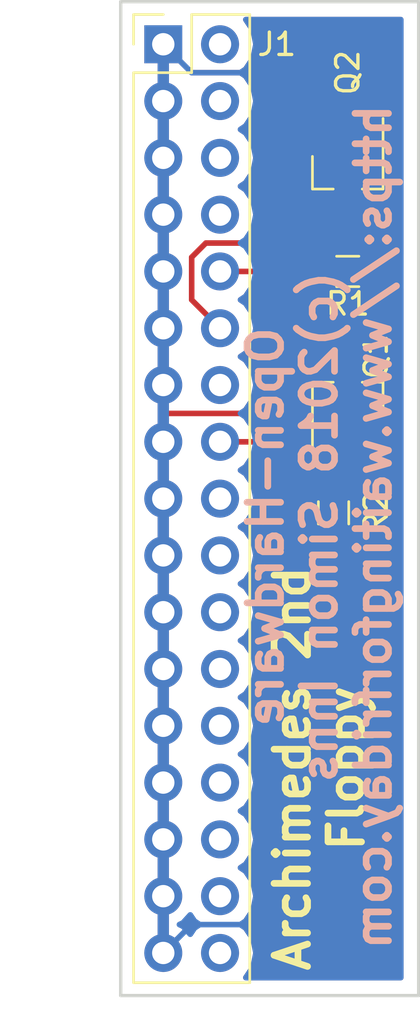
<source format=kicad_pcb>
(kicad_pcb (version 4) (host pcbnew 4.0.7)

  (general
    (links 24)
    (no_connects 0)
    (area 150.097618 74.165 168.985001 121.515)
    (thickness 1.6)
    (drawings 6)
    (tracks 52)
    (zones 0)
    (modules 5)
    (nets 7)
  )

  (page A4)
  (title_block
    (title "Acorn Archimedes 2nd Floppy Adapter")
    (date 2018-04-01)
    (rev 1_0)
    (company https://www.waitingforfriday.com)
    (comment 1 "(c)2018 Simon Inns")
    (comment 2 "License: Attribution-ShareAlike 4.0 international (CC BY-SA 4.0)")
  )

  (layers
    (0 F.Cu signal)
    (31 B.Cu signal)
    (32 B.Adhes user)
    (33 F.Adhes user)
    (34 B.Paste user)
    (35 F.Paste user)
    (36 B.SilkS user)
    (37 F.SilkS user)
    (38 B.Mask user)
    (39 F.Mask user)
    (40 Dwgs.User user)
    (41 Cmts.User user)
    (42 Eco1.User user)
    (43 Eco2.User user)
    (44 Edge.Cuts user)
    (45 Margin user)
    (46 B.CrtYd user)
    (47 F.CrtYd user)
    (48 B.Fab user)
    (49 F.Fab user)
  )

  (setup
    (last_trace_width 0.25)
    (trace_clearance 0.2)
    (zone_clearance 0.6)
    (zone_45_only no)
    (trace_min 0.2)
    (segment_width 0.2)
    (edge_width 0.15)
    (via_size 0.6)
    (via_drill 0.4)
    (via_min_size 0.4)
    (via_min_drill 0.3)
    (uvia_size 0.3)
    (uvia_drill 0.1)
    (uvias_allowed no)
    (uvia_min_size 0.2)
    (uvia_min_drill 0.1)
    (pcb_text_width 0.3)
    (pcb_text_size 1.5 1.5)
    (mod_edge_width 0.15)
    (mod_text_size 1 1)
    (mod_text_width 0.15)
    (pad_size 1.524 1.524)
    (pad_drill 0.762)
    (pad_to_mask_clearance 0.2)
    (aux_axis_origin 0 0)
    (visible_elements FFFFFF7F)
    (pcbplotparams
      (layerselection 0x00030_80000001)
      (usegerberextensions false)
      (excludeedgelayer true)
      (linewidth 0.100000)
      (plotframeref false)
      (viasonmask false)
      (mode 1)
      (useauxorigin false)
      (hpglpennumber 1)
      (hpglpenspeed 20)
      (hpglpendiameter 15)
      (hpglpenoverlay 2)
      (psnegative false)
      (psa4output false)
      (plotreference true)
      (plotvalue true)
      (plotinvisibletext false)
      (padsonsilk false)
      (subtractmaskfromsilk false)
      (outputformat 4)
      (mirror false)
      (drillshape 0)
      (scaleselection 1)
      (outputdirectory ./))
  )

  (net 0 "")
  (net 1 GND)
  (net 2 DRIVE0)
  (net 3 DRIVE1)
  (net 4 MOTOR_ON)
  (net 5 "Net-(Q1-Pad1)")
  (net 6 "Net-(Q1-Pad3)")

  (net_class Default "This is the default net class."
    (clearance 0.2)
    (trace_width 0.25)
    (via_dia 0.6)
    (via_drill 0.4)
    (uvia_dia 0.3)
    (uvia_drill 0.1)
    (add_net DRIVE0)
    (add_net DRIVE1)
    (add_net GND)
    (add_net MOTOR_ON)
    (add_net "Net-(Q1-Pad1)")
    (add_net "Net-(Q1-Pad3)")
  )

  (module Pin_Headers:Pin_Header_Straight_2x17_Pitch2.54mm (layer F.Cu) (tedit 5AC0B89B) (tstamp 5AC0B488)
    (at 157.48 77.47)
    (descr "Through hole straight pin header, 2x17, 2.54mm pitch, double rows")
    (tags "Through hole pin header THT 2x17 2.54mm double row")
    (path /5AC0B012)
    (fp_text reference J1 (at 5.08 0) (layer F.SilkS)
      (effects (font (size 1 1) (thickness 0.15)))
    )
    (fp_text value Conn_02x17_Odd_Even (at 1.27 42.97) (layer F.Fab)
      (effects (font (size 1 1) (thickness 0.15)))
    )
    (fp_line (start 0 -1.27) (end 3.81 -1.27) (layer F.Fab) (width 0.1))
    (fp_line (start 3.81 -1.27) (end 3.81 41.91) (layer F.Fab) (width 0.1))
    (fp_line (start 3.81 41.91) (end -1.27 41.91) (layer F.Fab) (width 0.1))
    (fp_line (start -1.27 41.91) (end -1.27 0) (layer F.Fab) (width 0.1))
    (fp_line (start -1.27 0) (end 0 -1.27) (layer F.Fab) (width 0.1))
    (fp_line (start -1.33 41.97) (end 3.87 41.97) (layer F.SilkS) (width 0.12))
    (fp_line (start -1.33 1.27) (end -1.33 41.97) (layer F.SilkS) (width 0.12))
    (fp_line (start 3.87 -1.33) (end 3.87 41.97) (layer F.SilkS) (width 0.12))
    (fp_line (start -1.33 1.27) (end 1.27 1.27) (layer F.SilkS) (width 0.12))
    (fp_line (start 1.27 1.27) (end 1.27 -1.33) (layer F.SilkS) (width 0.12))
    (fp_line (start 1.27 -1.33) (end 3.87 -1.33) (layer F.SilkS) (width 0.12))
    (fp_line (start -1.33 0) (end -1.33 -1.33) (layer F.SilkS) (width 0.12))
    (fp_line (start -1.33 -1.33) (end 0 -1.33) (layer F.SilkS) (width 0.12))
    (fp_line (start -1.8 -1.8) (end -1.8 42.45) (layer F.CrtYd) (width 0.05))
    (fp_line (start -1.8 42.45) (end 4.35 42.45) (layer F.CrtYd) (width 0.05))
    (fp_line (start 4.35 42.45) (end 4.35 -1.8) (layer F.CrtYd) (width 0.05))
    (fp_line (start 4.35 -1.8) (end -1.8 -1.8) (layer F.CrtYd) (width 0.05))
    (fp_text user %R (at 1.27 20.32 90) (layer F.Fab)
      (effects (font (size 1 1) (thickness 0.15)))
    )
    (pad 1 thru_hole rect (at 0 0) (size 1.7 1.7) (drill 1) (layers *.Cu *.Mask)
      (net 1 GND))
    (pad 2 thru_hole oval (at 2.54 0) (size 1.7 1.7) (drill 1) (layers *.Cu *.Mask))
    (pad 3 thru_hole oval (at 0 2.54) (size 1.7 1.7) (drill 1) (layers *.Cu *.Mask)
      (net 1 GND))
    (pad 4 thru_hole oval (at 2.54 2.54) (size 1.7 1.7) (drill 1) (layers *.Cu *.Mask))
    (pad 5 thru_hole oval (at 0 5.08) (size 1.7 1.7) (drill 1) (layers *.Cu *.Mask)
      (net 1 GND))
    (pad 6 thru_hole oval (at 2.54 5.08) (size 1.7 1.7) (drill 1) (layers *.Cu *.Mask))
    (pad 7 thru_hole oval (at 0 7.62) (size 1.7 1.7) (drill 1) (layers *.Cu *.Mask)
      (net 1 GND))
    (pad 8 thru_hole oval (at 2.54 7.62) (size 1.7 1.7) (drill 1) (layers *.Cu *.Mask))
    (pad 9 thru_hole oval (at 0 10.16) (size 1.7 1.7) (drill 1) (layers *.Cu *.Mask)
      (net 1 GND))
    (pad 10 thru_hole oval (at 2.54 10.16) (size 1.7 1.7) (drill 1) (layers *.Cu *.Mask)
      (net 2 DRIVE0))
    (pad 11 thru_hole oval (at 0 12.7) (size 1.7 1.7) (drill 1) (layers *.Cu *.Mask)
      (net 1 GND))
    (pad 12 thru_hole oval (at 2.54 12.7) (size 1.7 1.7) (drill 1) (layers *.Cu *.Mask)
      (net 3 DRIVE1))
    (pad 13 thru_hole oval (at 0 15.24) (size 1.7 1.7) (drill 1) (layers *.Cu *.Mask)
      (net 1 GND))
    (pad 14 thru_hole oval (at 2.54 15.24) (size 1.7 1.7) (drill 1) (layers *.Cu *.Mask))
    (pad 15 thru_hole oval (at 0 17.78) (size 1.7 1.7) (drill 1) (layers *.Cu *.Mask)
      (net 1 GND))
    (pad 16 thru_hole oval (at 2.54 17.78) (size 1.7 1.7) (drill 1) (layers *.Cu *.Mask)
      (net 4 MOTOR_ON))
    (pad 17 thru_hole oval (at 0 20.32) (size 1.7 1.7) (drill 1) (layers *.Cu *.Mask)
      (net 1 GND))
    (pad 18 thru_hole oval (at 2.54 20.32) (size 1.7 1.7) (drill 1) (layers *.Cu *.Mask))
    (pad 19 thru_hole oval (at 0 22.86) (size 1.7 1.7) (drill 1) (layers *.Cu *.Mask)
      (net 1 GND))
    (pad 20 thru_hole oval (at 2.54 22.86) (size 1.7 1.7) (drill 1) (layers *.Cu *.Mask))
    (pad 21 thru_hole oval (at 0 25.4) (size 1.7 1.7) (drill 1) (layers *.Cu *.Mask)
      (net 1 GND))
    (pad 22 thru_hole oval (at 2.54 25.4) (size 1.7 1.7) (drill 1) (layers *.Cu *.Mask))
    (pad 23 thru_hole oval (at 0 27.94) (size 1.7 1.7) (drill 1) (layers *.Cu *.Mask)
      (net 1 GND))
    (pad 24 thru_hole oval (at 2.54 27.94) (size 1.7 1.7) (drill 1) (layers *.Cu *.Mask))
    (pad 25 thru_hole oval (at 0 30.48) (size 1.7 1.7) (drill 1) (layers *.Cu *.Mask)
      (net 1 GND))
    (pad 26 thru_hole oval (at 2.54 30.48) (size 1.7 1.7) (drill 1) (layers *.Cu *.Mask))
    (pad 27 thru_hole oval (at 0 33.02) (size 1.7 1.7) (drill 1) (layers *.Cu *.Mask)
      (net 1 GND))
    (pad 28 thru_hole oval (at 2.54 33.02) (size 1.7 1.7) (drill 1) (layers *.Cu *.Mask))
    (pad 29 thru_hole oval (at 0 35.56) (size 1.7 1.7) (drill 1) (layers *.Cu *.Mask)
      (net 1 GND))
    (pad 30 thru_hole oval (at 2.54 35.56) (size 1.7 1.7) (drill 1) (layers *.Cu *.Mask))
    (pad 31 thru_hole oval (at 0 38.1) (size 1.7 1.7) (drill 1) (layers *.Cu *.Mask)
      (net 1 GND))
    (pad 32 thru_hole oval (at 2.54 38.1) (size 1.7 1.7) (drill 1) (layers *.Cu *.Mask))
    (pad 33 thru_hole oval (at 0 40.64) (size 1.7 1.7) (drill 1) (layers *.Cu *.Mask)
      (net 1 GND))
    (pad 34 thru_hole oval (at 2.54 40.64) (size 1.7 1.7) (drill 1) (layers *.Cu *.Mask))
    (model ${KISYS3DMOD}/Pin_Headers.3dshapes/Pin_Header_Straight_2x17_Pitch2.54mm.wrl
      (at (xyz 0 0 0))
      (scale (xyz 1 1 1))
      (rotate (xyz 0 0 0))
    )
  )

  (module TO_SOT_Packages_SMD:SOT-23_Handsoldering (layer F.Cu) (tedit 5AC0B68E) (tstamp 5AC0B48F)
    (at 165.735 93.345 90)
    (descr "SOT-23, Handsoldering")
    (tags SOT-23)
    (path /5AC0B549)
    (attr smd)
    (fp_text reference Q1 (at 1.905 1.27 90) (layer F.SilkS)
      (effects (font (size 1 1) (thickness 0.15)))
    )
    (fp_text value BC817 (at 0.635 -2.54 90) (layer F.Fab)
      (effects (font (size 1 1) (thickness 0.15)))
    )
    (fp_text user %R (at 0 0 180) (layer F.Fab)
      (effects (font (size 0.5 0.5) (thickness 0.075)))
    )
    (fp_line (start 0.76 1.58) (end 0.76 0.65) (layer F.SilkS) (width 0.12))
    (fp_line (start 0.76 -1.58) (end 0.76 -0.65) (layer F.SilkS) (width 0.12))
    (fp_line (start -2.7 -1.75) (end 2.7 -1.75) (layer F.CrtYd) (width 0.05))
    (fp_line (start 2.7 -1.75) (end 2.7 1.75) (layer F.CrtYd) (width 0.05))
    (fp_line (start 2.7 1.75) (end -2.7 1.75) (layer F.CrtYd) (width 0.05))
    (fp_line (start -2.7 1.75) (end -2.7 -1.75) (layer F.CrtYd) (width 0.05))
    (fp_line (start 0.76 -1.58) (end -2.4 -1.58) (layer F.SilkS) (width 0.12))
    (fp_line (start -0.7 -0.95) (end -0.7 1.5) (layer F.Fab) (width 0.1))
    (fp_line (start -0.15 -1.52) (end 0.7 -1.52) (layer F.Fab) (width 0.1))
    (fp_line (start -0.7 -0.95) (end -0.15 -1.52) (layer F.Fab) (width 0.1))
    (fp_line (start 0.7 -1.52) (end 0.7 1.52) (layer F.Fab) (width 0.1))
    (fp_line (start -0.7 1.52) (end 0.7 1.52) (layer F.Fab) (width 0.1))
    (fp_line (start 0.76 1.58) (end -0.7 1.58) (layer F.SilkS) (width 0.12))
    (pad 1 smd rect (at -1.5 -0.95 90) (size 1.9 0.8) (layers F.Cu F.Paste F.Mask)
      (net 5 "Net-(Q1-Pad1)"))
    (pad 2 smd rect (at -1.5 0.95 90) (size 1.9 0.8) (layers F.Cu F.Paste F.Mask)
      (net 1 GND))
    (pad 3 smd rect (at 1.5 0 90) (size 1.9 0.8) (layers F.Cu F.Paste F.Mask)
      (net 6 "Net-(Q1-Pad3)"))
    (model ${KISYS3DMOD}/TO_SOT_Packages_SMD.3dshapes\SOT-23.wrl
      (at (xyz 0 0 0))
      (scale (xyz 1 1 1))
      (rotate (xyz 0 0 0))
    )
  )

  (module TO_SOT_Packages_SMD:SOT-23_Handsoldering (layer F.Cu) (tedit 5AC0B66C) (tstamp 5AC0B496)
    (at 165.735 83.185 270)
    (descr "SOT-23, Handsoldering")
    (tags SOT-23)
    (path /5AC0B4CA)
    (attr smd)
    (fp_text reference Q2 (at -4.445 0 270) (layer F.SilkS)
      (effects (font (size 1 1) (thickness 0.15)))
    )
    (fp_text value BC817 (at 0 2.5 270) (layer F.Fab)
      (effects (font (size 1 1) (thickness 0.15)))
    )
    (fp_text user %R (at 0 0 360) (layer F.Fab)
      (effects (font (size 0.5 0.5) (thickness 0.075)))
    )
    (fp_line (start 0.76 1.58) (end 0.76 0.65) (layer F.SilkS) (width 0.12))
    (fp_line (start 0.76 -1.58) (end 0.76 -0.65) (layer F.SilkS) (width 0.12))
    (fp_line (start -2.7 -1.75) (end 2.7 -1.75) (layer F.CrtYd) (width 0.05))
    (fp_line (start 2.7 -1.75) (end 2.7 1.75) (layer F.CrtYd) (width 0.05))
    (fp_line (start 2.7 1.75) (end -2.7 1.75) (layer F.CrtYd) (width 0.05))
    (fp_line (start -2.7 1.75) (end -2.7 -1.75) (layer F.CrtYd) (width 0.05))
    (fp_line (start 0.76 -1.58) (end -2.4 -1.58) (layer F.SilkS) (width 0.12))
    (fp_line (start -0.7 -0.95) (end -0.7 1.5) (layer F.Fab) (width 0.1))
    (fp_line (start -0.15 -1.52) (end 0.7 -1.52) (layer F.Fab) (width 0.1))
    (fp_line (start -0.7 -0.95) (end -0.15 -1.52) (layer F.Fab) (width 0.1))
    (fp_line (start 0.7 -1.52) (end 0.7 1.52) (layer F.Fab) (width 0.1))
    (fp_line (start -0.7 1.52) (end 0.7 1.52) (layer F.Fab) (width 0.1))
    (fp_line (start 0.76 1.58) (end -0.7 1.58) (layer F.SilkS) (width 0.12))
    (pad 1 smd rect (at -1.5 -0.95 270) (size 1.9 0.8) (layers F.Cu F.Paste F.Mask)
      (net 6 "Net-(Q1-Pad3)"))
    (pad 2 smd rect (at -1.5 0.95 270) (size 1.9 0.8) (layers F.Cu F.Paste F.Mask)
      (net 1 GND))
    (pad 3 smd rect (at 1.5 0 270) (size 1.9 0.8) (layers F.Cu F.Paste F.Mask)
      (net 3 DRIVE1))
    (model ${KISYS3DMOD}/TO_SOT_Packages_SMD.3dshapes\SOT-23.wrl
      (at (xyz 0 0 0))
      (scale (xyz 1 1 1))
      (rotate (xyz 0 0 0))
    )
  )

  (module Resistors_SMD:R_0603_HandSoldering (layer F.Cu) (tedit 58E0A804) (tstamp 5AC0B49C)
    (at 165.735 87.63 180)
    (descr "Resistor SMD 0603, hand soldering")
    (tags "resistor 0603")
    (path /5AAE0A10)
    (attr smd)
    (fp_text reference R1 (at 0 -1.45 180) (layer F.SilkS)
      (effects (font (size 1 1) (thickness 0.15)))
    )
    (fp_text value 47K (at 0 1.55 180) (layer F.Fab)
      (effects (font (size 1 1) (thickness 0.15)))
    )
    (fp_text user %R (at 0 0 180) (layer F.Fab)
      (effects (font (size 0.4 0.4) (thickness 0.075)))
    )
    (fp_line (start -0.8 0.4) (end -0.8 -0.4) (layer F.Fab) (width 0.1))
    (fp_line (start 0.8 0.4) (end -0.8 0.4) (layer F.Fab) (width 0.1))
    (fp_line (start 0.8 -0.4) (end 0.8 0.4) (layer F.Fab) (width 0.1))
    (fp_line (start -0.8 -0.4) (end 0.8 -0.4) (layer F.Fab) (width 0.1))
    (fp_line (start 0.5 0.68) (end -0.5 0.68) (layer F.SilkS) (width 0.12))
    (fp_line (start -0.5 -0.68) (end 0.5 -0.68) (layer F.SilkS) (width 0.12))
    (fp_line (start -1.96 -0.7) (end 1.95 -0.7) (layer F.CrtYd) (width 0.05))
    (fp_line (start -1.96 -0.7) (end -1.96 0.7) (layer F.CrtYd) (width 0.05))
    (fp_line (start 1.95 0.7) (end 1.95 -0.7) (layer F.CrtYd) (width 0.05))
    (fp_line (start 1.95 0.7) (end -1.96 0.7) (layer F.CrtYd) (width 0.05))
    (pad 1 smd rect (at -1.1 0 180) (size 1.2 0.9) (layers F.Cu F.Paste F.Mask)
      (net 6 "Net-(Q1-Pad3)"))
    (pad 2 smd rect (at 1.1 0 180) (size 1.2 0.9) (layers F.Cu F.Paste F.Mask)
      (net 2 DRIVE0))
    (model ${KISYS3DMOD}/Resistors_SMD.3dshapes/R_0603.wrl
      (at (xyz 0 0 0))
      (scale (xyz 1 1 1))
      (rotate (xyz 0 0 0))
    )
  )

  (module Resistors_SMD:R_0603_HandSoldering (layer F.Cu) (tedit 5AC0B673) (tstamp 5AC0B4A2)
    (at 165.1 98.425 270)
    (descr "Resistor SMD 0603, hand soldering")
    (tags "resistor 0603")
    (path /5AAE0A60)
    (attr smd)
    (fp_text reference R2 (at 0 -1.905 270) (layer F.SilkS)
      (effects (font (size 1 1) (thickness 0.15)))
    )
    (fp_text value 47K (at 0 1.55 270) (layer F.Fab)
      (effects (font (size 1 1) (thickness 0.15)))
    )
    (fp_text user %R (at 0 0 270) (layer F.Fab)
      (effects (font (size 0.4 0.4) (thickness 0.075)))
    )
    (fp_line (start -0.8 0.4) (end -0.8 -0.4) (layer F.Fab) (width 0.1))
    (fp_line (start 0.8 0.4) (end -0.8 0.4) (layer F.Fab) (width 0.1))
    (fp_line (start 0.8 -0.4) (end 0.8 0.4) (layer F.Fab) (width 0.1))
    (fp_line (start -0.8 -0.4) (end 0.8 -0.4) (layer F.Fab) (width 0.1))
    (fp_line (start 0.5 0.68) (end -0.5 0.68) (layer F.SilkS) (width 0.12))
    (fp_line (start -0.5 -0.68) (end 0.5 -0.68) (layer F.SilkS) (width 0.12))
    (fp_line (start -1.96 -0.7) (end 1.95 -0.7) (layer F.CrtYd) (width 0.05))
    (fp_line (start -1.96 -0.7) (end -1.96 0.7) (layer F.CrtYd) (width 0.05))
    (fp_line (start 1.95 0.7) (end 1.95 -0.7) (layer F.CrtYd) (width 0.05))
    (fp_line (start 1.95 0.7) (end -1.96 0.7) (layer F.CrtYd) (width 0.05))
    (pad 1 smd rect (at -1.1 0 270) (size 1.2 0.9) (layers F.Cu F.Paste F.Mask)
      (net 5 "Net-(Q1-Pad1)"))
    (pad 2 smd rect (at 1.1 0 270) (size 1.2 0.9) (layers F.Cu F.Paste F.Mask)
      (net 4 MOTOR_ON))
    (model ${KISYS3DMOD}/Resistors_SMD.3dshapes/R_0603.wrl
      (at (xyz 0 0 0))
      (scale (xyz 1 1 1))
      (rotate (xyz 0 0 0))
    )
  )

  (gr_text "Open-Hardware\n(c)2018 Simon Inns\nhttps://www.waitingforfriday.com" (at 164.465 99.06 90) (layer B.SilkS)
    (effects (font (size 1.5 1.5) (thickness 0.3)) (justify mirror))
  )
  (gr_text "Archimedes 2nd\nFloppy" (at 164.465 109.855 90) (layer F.SilkS)
    (effects (font (size 1.5 1.5) (thickness 0.3)))
  )
  (gr_line (start 155.575 120.015) (end 155.575 75.565) (angle 90) (layer Edge.Cuts) (width 0.15))
  (gr_line (start 168.91 120.015) (end 155.575 120.015) (angle 90) (layer Edge.Cuts) (width 0.15))
  (gr_line (start 168.91 75.565) (end 168.91 120.015) (angle 90) (layer Edge.Cuts) (width 0.15))
  (gr_line (start 155.575 75.565) (end 168.91 75.565) (angle 90) (layer Edge.Cuts) (width 0.15))

  (segment (start 157.48 77.47) (end 158.75 78.74) (width 0.25) (layer B.Cu) (net 1))
  (segment (start 158.75 116.84) (end 157.48 118.11) (width 0.25) (layer B.Cu) (net 1) (tstamp 5AC0B796))
  (segment (start 167.005 116.84) (end 158.75 116.84) (width 0.25) (layer B.Cu) (net 1) (tstamp 5AC0B795))
  (segment (start 167.005 79.375) (end 167.005 116.84) (width 0.25) (layer B.Cu) (net 1) (tstamp 5AC0B791))
  (segment (start 166.37 78.74) (end 167.005 79.375) (width 0.25) (layer B.Cu) (net 1) (tstamp 5AC0B78E))
  (segment (start 158.75 78.74) (end 166.37 78.74) (width 0.25) (layer B.Cu) (net 1) (tstamp 5AC0B78D))
  (segment (start 166.685 94.845) (end 166.685 93.66) (width 0.25) (layer F.Cu) (net 1))
  (segment (start 161.29 93.98) (end 157.48 93.98) (width 0.25) (layer F.Cu) (net 1) (tstamp 5AC0B5AE))
  (segment (start 161.925 93.345) (end 161.29 93.98) (width 0.25) (layer F.Cu) (net 1) (tstamp 5AC0B5AD))
  (segment (start 166.37 93.345) (end 161.925 93.345) (width 0.25) (layer F.Cu) (net 1) (tstamp 5AC0B5AC))
  (segment (start 166.685 93.66) (end 166.37 93.345) (width 0.25) (layer F.Cu) (net 1) (tstamp 5AC0B5AB))
  (segment (start 164.785 81.685) (end 164.785 79.695) (width 0.25) (layer F.Cu) (net 1))
  (segment (start 158.75 78.74) (end 157.48 77.47) (width 0.25) (layer F.Cu) (net 1) (tstamp 5AC0B577))
  (segment (start 163.83 78.74) (end 158.75 78.74) (width 0.25) (layer F.Cu) (net 1) (tstamp 5AC0B576))
  (segment (start 164.785 79.695) (end 163.83 78.74) (width 0.25) (layer F.Cu) (net 1) (tstamp 5AC0B575))
  (segment (start 157.48 77.47) (end 157.48 80.01) (width 0.25) (layer F.Cu) (net 1) (tstamp 5AC0B579))
  (segment (start 157.48 80.01) (end 157.48 82.55) (width 0.25) (layer F.Cu) (net 1) (tstamp 5AC0B57A))
  (segment (start 157.48 82.55) (end 157.48 85.09) (width 0.25) (layer F.Cu) (net 1) (tstamp 5AC0B57B))
  (segment (start 157.48 85.09) (end 157.48 87.63) (width 0.25) (layer F.Cu) (net 1) (tstamp 5AC0B57C))
  (segment (start 157.48 87.63) (end 157.48 90.17) (width 0.25) (layer F.Cu) (net 1) (tstamp 5AC0B57D))
  (segment (start 157.48 90.17) (end 157.48 92.71) (width 0.25) (layer F.Cu) (net 1) (tstamp 5AC0B57E))
  (segment (start 157.48 92.71) (end 157.48 93.98) (width 0.25) (layer F.Cu) (net 1) (tstamp 5AC0B57F))
  (segment (start 157.48 93.98) (end 157.48 95.25) (width 0.25) (layer F.Cu) (net 1) (tstamp 5AC0B5B1))
  (segment (start 157.48 95.25) (end 157.48 97.79) (width 0.25) (layer F.Cu) (net 1) (tstamp 5AC0B580))
  (segment (start 157.48 97.79) (end 157.48 100.33) (width 0.25) (layer F.Cu) (net 1) (tstamp 5AC0B581))
  (segment (start 157.48 100.33) (end 157.48 102.87) (width 0.25) (layer F.Cu) (net 1) (tstamp 5AC0B582))
  (segment (start 157.48 102.87) (end 157.48 105.41) (width 0.25) (layer F.Cu) (net 1) (tstamp 5AC0B583))
  (segment (start 157.48 105.41) (end 157.48 107.95) (width 0.25) (layer F.Cu) (net 1) (tstamp 5AC0B584))
  (segment (start 157.48 107.95) (end 157.48 110.49) (width 0.25) (layer F.Cu) (net 1) (tstamp 5AC0B585))
  (segment (start 157.48 110.49) (end 157.48 113.03) (width 0.25) (layer F.Cu) (net 1) (tstamp 5AC0B586))
  (segment (start 157.48 113.03) (end 157.48 115.57) (width 0.25) (layer F.Cu) (net 1) (tstamp 5AC0B587))
  (segment (start 157.48 115.57) (end 157.48 118.11) (width 0.25) (layer F.Cu) (net 1) (tstamp 5AC0B588))
  (segment (start 160.02 87.63) (end 164.635 87.63) (width 0.25) (layer F.Cu) (net 2))
  (segment (start 165.735 84.685) (end 165.735 85.725) (width 0.25) (layer F.Cu) (net 3))
  (segment (start 158.75 88.9) (end 160.02 90.17) (width 0.25) (layer F.Cu) (net 3) (tstamp 5AC0B638))
  (segment (start 158.75 86.995) (end 158.75 88.9) (width 0.25) (layer F.Cu) (net 3) (tstamp 5AC0B637))
  (segment (start 159.385 86.36) (end 158.75 86.995) (width 0.25) (layer F.Cu) (net 3) (tstamp 5AC0B636))
  (segment (start 165.1 86.36) (end 159.385 86.36) (width 0.25) (layer F.Cu) (net 3) (tstamp 5AC0B634))
  (segment (start 165.735 85.725) (end 165.1 86.36) (width 0.25) (layer F.Cu) (net 3) (tstamp 5AC0B632))
  (segment (start 165.1 99.525) (end 163.66 99.525) (width 0.25) (layer F.Cu) (net 4))
  (segment (start 161.925 95.25) (end 160.02 95.25) (width 0.25) (layer F.Cu) (net 4) (tstamp 5AC0B626))
  (segment (start 162.56 95.885) (end 161.925 95.25) (width 0.25) (layer F.Cu) (net 4) (tstamp 5AC0B625))
  (segment (start 162.56 98.425) (end 162.56 95.885) (width 0.25) (layer F.Cu) (net 4) (tstamp 5AC0B621))
  (segment (start 163.66 99.525) (end 162.56 98.425) (width 0.25) (layer F.Cu) (net 4) (tstamp 5AC0B620))
  (segment (start 165.1 97.325) (end 165.1 95.16) (width 0.25) (layer F.Cu) (net 5))
  (segment (start 165.1 95.16) (end 164.785 94.845) (width 0.25) (layer F.Cu) (net 5) (tstamp 5AC0B61D))
  (segment (start 164.785 95.57) (end 164.785 94.845) (width 0.25) (layer F.Cu) (net 5) (tstamp 5AC0B58E))
  (segment (start 166.835 87.63) (end 166.835 81.835) (width 0.25) (layer F.Cu) (net 6))
  (segment (start 166.835 81.835) (end 166.685 81.685) (width 0.25) (layer F.Cu) (net 6) (tstamp 5AC0B59E))
  (segment (start 165.735 91.845) (end 165.735 90.17) (width 0.25) (layer F.Cu) (net 6))
  (segment (start 166.835 89.07) (end 166.835 87.63) (width 0.25) (layer F.Cu) (net 6) (tstamp 5AC0B593))
  (segment (start 165.735 90.17) (end 166.835 89.07) (width 0.25) (layer F.Cu) (net 6) (tstamp 5AC0B591))

  (zone (net 1) (net_name GND) (layer B.Cu) (tstamp 5AC0B5D1) (hatch edge 0.508)
    (connect_pads (clearance 0.6))
    (min_thickness 0.254)
    (fill yes (arc_segments 16) (thermal_gap 0.508) (thermal_bridge_width 0.508))
    (polygon
      (pts
        (xy 168.91 120.015) (xy 155.575 120.015) (xy 155.575 75.565) (xy 168.91 75.565)
      )
    )
    (filled_polygon
      (pts
        (xy 168.108 119.213) (xy 161.174092 119.213) (xy 161.507853 118.713492) (xy 161.627895 118.11) (xy 161.507853 117.506508)
        (xy 161.166002 116.994893) (xy 160.934189 116.84) (xy 161.166002 116.685107) (xy 161.507853 116.173492) (xy 161.627895 115.57)
        (xy 161.507853 114.966508) (xy 161.166002 114.454893) (xy 160.934189 114.3) (xy 161.166002 114.145107) (xy 161.507853 113.633492)
        (xy 161.627895 113.03) (xy 161.507853 112.426508) (xy 161.166002 111.914893) (xy 160.934189 111.76) (xy 161.166002 111.605107)
        (xy 161.507853 111.093492) (xy 161.627895 110.49) (xy 161.507853 109.886508) (xy 161.166002 109.374893) (xy 160.934189 109.22)
        (xy 161.166002 109.065107) (xy 161.507853 108.553492) (xy 161.627895 107.95) (xy 161.507853 107.346508) (xy 161.166002 106.834893)
        (xy 160.934189 106.68) (xy 161.166002 106.525107) (xy 161.507853 106.013492) (xy 161.627895 105.41) (xy 161.507853 104.806508)
        (xy 161.166002 104.294893) (xy 160.934189 104.14) (xy 161.166002 103.985107) (xy 161.507853 103.473492) (xy 161.627895 102.87)
        (xy 161.507853 102.266508) (xy 161.166002 101.754893) (xy 160.934189 101.6) (xy 161.166002 101.445107) (xy 161.507853 100.933492)
        (xy 161.627895 100.33) (xy 161.507853 99.726508) (xy 161.166002 99.214893) (xy 160.934189 99.06) (xy 161.166002 98.905107)
        (xy 161.507853 98.393492) (xy 161.627895 97.79) (xy 161.507853 97.186508) (xy 161.166002 96.674893) (xy 160.934189 96.52)
        (xy 161.166002 96.365107) (xy 161.507853 95.853492) (xy 161.627895 95.25) (xy 161.507853 94.646508) (xy 161.166002 94.134893)
        (xy 160.934189 93.98) (xy 161.166002 93.825107) (xy 161.507853 93.313492) (xy 161.627895 92.71) (xy 161.507853 92.106508)
        (xy 161.166002 91.594893) (xy 160.934189 91.44) (xy 161.166002 91.285107) (xy 161.507853 90.773492) (xy 161.627895 90.17)
        (xy 161.507853 89.566508) (xy 161.166002 89.054893) (xy 160.934189 88.9) (xy 161.166002 88.745107) (xy 161.507853 88.233492)
        (xy 161.627895 87.63) (xy 161.507853 87.026508) (xy 161.166002 86.514893) (xy 160.934189 86.36) (xy 161.166002 86.205107)
        (xy 161.507853 85.693492) (xy 161.627895 85.09) (xy 161.507853 84.486508) (xy 161.166002 83.974893) (xy 160.934189 83.82)
        (xy 161.166002 83.665107) (xy 161.507853 83.153492) (xy 161.627895 82.55) (xy 161.507853 81.946508) (xy 161.166002 81.434893)
        (xy 160.934189 81.28) (xy 161.166002 81.125107) (xy 161.507853 80.613492) (xy 161.627895 80.01) (xy 161.507853 79.406508)
        (xy 161.166002 78.894893) (xy 160.934189 78.74) (xy 161.166002 78.585107) (xy 161.507853 78.073492) (xy 161.627895 77.47)
        (xy 161.507853 76.866508) (xy 161.174092 76.367) (xy 168.108 76.367)
      )
    )
    (filled_polygon
      (pts
        (xy 157.607 77.343) (xy 157.627 77.343) (xy 157.627 77.597) (xy 157.607 77.597) (xy 157.607 79.883)
        (xy 157.627 79.883) (xy 157.627 80.137) (xy 157.607 80.137) (xy 157.607 82.423) (xy 157.627 82.423)
        (xy 157.627 82.677) (xy 157.607 82.677) (xy 157.607 84.963) (xy 157.627 84.963) (xy 157.627 85.217)
        (xy 157.607 85.217) (xy 157.607 87.503) (xy 157.627 87.503) (xy 157.627 87.757) (xy 157.607 87.757)
        (xy 157.607 90.043) (xy 157.627 90.043) (xy 157.627 90.297) (xy 157.607 90.297) (xy 157.607 92.583)
        (xy 157.627 92.583) (xy 157.627 92.837) (xy 157.607 92.837) (xy 157.607 95.123) (xy 157.627 95.123)
        (xy 157.627 95.377) (xy 157.607 95.377) (xy 157.607 97.663) (xy 157.627 97.663) (xy 157.627 97.917)
        (xy 157.607 97.917) (xy 157.607 100.203) (xy 157.627 100.203) (xy 157.627 100.457) (xy 157.607 100.457)
        (xy 157.607 102.743) (xy 157.627 102.743) (xy 157.627 102.997) (xy 157.607 102.997) (xy 157.607 105.283)
        (xy 157.627 105.283) (xy 157.627 105.537) (xy 157.607 105.537) (xy 157.607 107.823) (xy 157.627 107.823)
        (xy 157.627 108.077) (xy 157.607 108.077) (xy 157.607 110.363) (xy 157.627 110.363) (xy 157.627 110.617)
        (xy 157.607 110.617) (xy 157.607 112.903) (xy 157.627 112.903) (xy 157.627 113.157) (xy 157.607 113.157)
        (xy 157.607 115.443) (xy 157.627 115.443) (xy 157.627 115.697) (xy 157.607 115.697) (xy 157.607 117.983)
        (xy 157.627 117.983) (xy 157.627 118.237) (xy 157.607 118.237) (xy 157.607 118.257) (xy 157.353 118.257)
        (xy 157.353 118.237) (xy 157.333 118.237) (xy 157.333 117.983) (xy 157.353 117.983) (xy 157.353 115.697)
        (xy 157.333 115.697) (xy 157.333 115.443) (xy 157.353 115.443) (xy 157.353 113.157) (xy 157.333 113.157)
        (xy 157.333 112.903) (xy 157.353 112.903) (xy 157.353 110.617) (xy 157.333 110.617) (xy 157.333 110.363)
        (xy 157.353 110.363) (xy 157.353 108.077) (xy 157.333 108.077) (xy 157.333 107.823) (xy 157.353 107.823)
        (xy 157.353 105.537) (xy 157.333 105.537) (xy 157.333 105.283) (xy 157.353 105.283) (xy 157.353 102.997)
        (xy 157.333 102.997) (xy 157.333 102.743) (xy 157.353 102.743) (xy 157.353 100.457) (xy 157.333 100.457)
        (xy 157.333 100.203) (xy 157.353 100.203) (xy 157.353 97.917) (xy 157.333 97.917) (xy 157.333 97.663)
        (xy 157.353 97.663) (xy 157.353 95.377) (xy 157.333 95.377) (xy 157.333 95.123) (xy 157.353 95.123)
        (xy 157.353 92.837) (xy 157.333 92.837) (xy 157.333 92.583) (xy 157.353 92.583) (xy 157.353 90.297)
        (xy 157.333 90.297) (xy 157.333 90.043) (xy 157.353 90.043) (xy 157.353 87.757) (xy 157.333 87.757)
        (xy 157.333 87.503) (xy 157.353 87.503) (xy 157.353 85.217) (xy 157.333 85.217) (xy 157.333 84.963)
        (xy 157.353 84.963) (xy 157.353 82.677) (xy 157.333 82.677) (xy 157.333 82.423) (xy 157.353 82.423)
        (xy 157.353 80.137) (xy 157.333 80.137) (xy 157.333 79.883) (xy 157.353 79.883) (xy 157.353 77.597)
        (xy 157.333 77.597) (xy 157.333 77.343) (xy 157.353 77.343) (xy 157.353 77.323) (xy 157.607 77.323)
      )
    )
    (filled_polygon
      (pts
        (xy 158.873998 116.685107) (xy 159.105811 116.84) (xy 158.873998 116.994893) (xy 158.688007 117.273247) (xy 158.361358 116.914817)
        (xy 158.202046 116.84) (xy 158.361358 116.765183) (xy 158.688007 116.406753)
      )
    )
  )
  (zone (net 1) (net_name GND) (layer F.Cu) (tstamp 5AC0B5E4) (hatch edge 0.508)
    (connect_pads (clearance 0.6))
    (min_thickness 0.254)
    (fill yes (arc_segments 16) (thermal_gap 0.508) (thermal_bridge_width 0.508))
    (polygon
      (pts
        (xy 168.91 120.015) (xy 155.575 120.015) (xy 155.575 75.565) (xy 168.91 75.565)
      )
    )
    (filled_polygon
      (pts
        (xy 168.108 119.213) (xy 161.174092 119.213) (xy 161.507853 118.713492) (xy 161.627895 118.11) (xy 161.507853 117.506508)
        (xy 161.166002 116.994893) (xy 160.934189 116.84) (xy 161.166002 116.685107) (xy 161.507853 116.173492) (xy 161.627895 115.57)
        (xy 161.507853 114.966508) (xy 161.166002 114.454893) (xy 160.934189 114.3) (xy 161.166002 114.145107) (xy 161.507853 113.633492)
        (xy 161.627895 113.03) (xy 161.507853 112.426508) (xy 161.166002 111.914893) (xy 160.934189 111.76) (xy 161.166002 111.605107)
        (xy 161.507853 111.093492) (xy 161.627895 110.49) (xy 161.507853 109.886508) (xy 161.166002 109.374893) (xy 160.934189 109.22)
        (xy 161.166002 109.065107) (xy 161.507853 108.553492) (xy 161.627895 107.95) (xy 161.507853 107.346508) (xy 161.166002 106.834893)
        (xy 160.934189 106.68) (xy 161.166002 106.525107) (xy 161.507853 106.013492) (xy 161.627895 105.41) (xy 161.507853 104.806508)
        (xy 161.166002 104.294893) (xy 160.934189 104.14) (xy 161.166002 103.985107) (xy 161.507853 103.473492) (xy 161.627895 102.87)
        (xy 161.507853 102.266508) (xy 161.166002 101.754893) (xy 160.934189 101.6) (xy 161.166002 101.445107) (xy 161.507853 100.933492)
        (xy 161.627895 100.33) (xy 161.507853 99.726508) (xy 161.166002 99.214893) (xy 160.934189 99.06) (xy 161.166002 98.905107)
        (xy 161.507853 98.393492) (xy 161.627895 97.79) (xy 161.507853 97.186508) (xy 161.166002 96.674893) (xy 160.934189 96.52)
        (xy 161.166002 96.365107) (xy 161.341805 96.102) (xy 161.57209 96.102) (xy 161.708 96.23791) (xy 161.708 98.425)
        (xy 161.772855 98.751046) (xy 161.957545 99.027455) (xy 163.057545 100.127455) (xy 163.333954 100.312145) (xy 163.66 100.377)
        (xy 163.956175 100.377) (xy 163.959451 100.39441) (xy 164.118672 100.641846) (xy 164.361615 100.807843) (xy 164.65 100.866242)
        (xy 165.55 100.866242) (xy 165.81941 100.815549) (xy 166.066846 100.656328) (xy 166.232843 100.413385) (xy 166.291242 100.125)
        (xy 166.291242 98.925) (xy 166.240549 98.65559) (xy 166.090269 98.422048) (xy 166.232843 98.213385) (xy 166.291242 97.925)
        (xy 166.291242 96.725) (xy 166.240549 96.45559) (xy 166.224082 96.43) (xy 166.39925 96.43) (xy 166.558 96.27125)
        (xy 166.558 94.972) (xy 166.812 94.972) (xy 166.812 96.27125) (xy 166.97075 96.43) (xy 167.21131 96.43)
        (xy 167.444699 96.333327) (xy 167.623327 96.154698) (xy 167.72 95.921309) (xy 167.72 95.13075) (xy 167.56125 94.972)
        (xy 166.812 94.972) (xy 166.558 94.972) (xy 166.538 94.972) (xy 166.538 94.718) (xy 166.558 94.718)
        (xy 166.558 94.698) (xy 166.812 94.698) (xy 166.812 94.718) (xy 167.56125 94.718) (xy 167.72 94.55925)
        (xy 167.72 93.768691) (xy 167.623327 93.535302) (xy 167.444699 93.356673) (xy 167.21131 93.26) (xy 166.97075 93.26)
        (xy 166.812002 93.418748) (xy 166.812002 93.26) (xy 166.697166 93.26) (xy 166.817843 93.083385) (xy 166.876242 92.795)
        (xy 166.876242 90.895) (xy 166.825549 90.62559) (xy 166.691945 90.417965) (xy 167.437455 89.672455) (xy 167.622145 89.396046)
        (xy 167.687 89.07) (xy 167.687 88.773825) (xy 167.70441 88.770549) (xy 167.951846 88.611328) (xy 168.108 88.382791)
      )
    )
    (filled_polygon
      (pts
        (xy 157.607 77.343) (xy 157.627 77.343) (xy 157.627 77.597) (xy 157.607 77.597) (xy 157.607 79.883)
        (xy 157.627 79.883) (xy 157.627 80.137) (xy 157.607 80.137) (xy 157.607 82.423) (xy 157.627 82.423)
        (xy 157.627 82.677) (xy 157.607 82.677) (xy 157.607 84.963) (xy 157.627 84.963) (xy 157.627 85.217)
        (xy 157.607 85.217) (xy 157.607 87.503) (xy 157.627 87.503) (xy 157.627 87.757) (xy 157.607 87.757)
        (xy 157.607 90.043) (xy 157.627 90.043) (xy 157.627 90.297) (xy 157.607 90.297) (xy 157.607 92.583)
        (xy 157.627 92.583) (xy 157.627 92.837) (xy 157.607 92.837) (xy 157.607 95.123) (xy 157.627 95.123)
        (xy 157.627 95.377) (xy 157.607 95.377) (xy 157.607 97.663) (xy 157.627 97.663) (xy 157.627 97.917)
        (xy 157.607 97.917) (xy 157.607 100.203) (xy 157.627 100.203) (xy 157.627 100.457) (xy 157.607 100.457)
        (xy 157.607 102.743) (xy 157.627 102.743) (xy 157.627 102.997) (xy 157.607 102.997) (xy 157.607 105.283)
        (xy 157.627 105.283) (xy 157.627 105.537) (xy 157.607 105.537) (xy 157.607 107.823) (xy 157.627 107.823)
        (xy 157.627 108.077) (xy 157.607 108.077) (xy 157.607 110.363) (xy 157.627 110.363) (xy 157.627 110.617)
        (xy 157.607 110.617) (xy 157.607 112.903) (xy 157.627 112.903) (xy 157.627 113.157) (xy 157.607 113.157)
        (xy 157.607 115.443) (xy 157.627 115.443) (xy 157.627 115.697) (xy 157.607 115.697) (xy 157.607 117.983)
        (xy 157.627 117.983) (xy 157.627 118.237) (xy 157.607 118.237) (xy 157.607 118.257) (xy 157.353 118.257)
        (xy 157.353 118.237) (xy 157.333 118.237) (xy 157.333 117.983) (xy 157.353 117.983) (xy 157.353 115.697)
        (xy 157.333 115.697) (xy 157.333 115.443) (xy 157.353 115.443) (xy 157.353 113.157) (xy 157.333 113.157)
        (xy 157.333 112.903) (xy 157.353 112.903) (xy 157.353 110.617) (xy 157.333 110.617) (xy 157.333 110.363)
        (xy 157.353 110.363) (xy 157.353 108.077) (xy 157.333 108.077) (xy 157.333 107.823) (xy 157.353 107.823)
        (xy 157.353 105.537) (xy 157.333 105.537) (xy 157.333 105.283) (xy 157.353 105.283) (xy 157.353 102.997)
        (xy 157.333 102.997) (xy 157.333 102.743) (xy 157.353 102.743) (xy 157.353 100.457) (xy 157.333 100.457)
        (xy 157.333 100.203) (xy 157.353 100.203) (xy 157.353 97.917) (xy 157.333 97.917) (xy 157.333 97.663)
        (xy 157.353 97.663) (xy 157.353 95.377) (xy 157.333 95.377) (xy 157.333 95.123) (xy 157.353 95.123)
        (xy 157.353 92.837) (xy 157.333 92.837) (xy 157.333 92.583) (xy 157.353 92.583) (xy 157.353 90.297)
        (xy 157.333 90.297) (xy 157.333 90.043) (xy 157.353 90.043) (xy 157.353 87.757) (xy 157.333 87.757)
        (xy 157.333 87.503) (xy 157.353 87.503) (xy 157.353 85.217) (xy 157.333 85.217) (xy 157.333 84.963)
        (xy 157.353 84.963) (xy 157.353 82.677) (xy 157.333 82.677) (xy 157.333 82.423) (xy 157.353 82.423)
        (xy 157.353 80.137) (xy 157.333 80.137) (xy 157.333 79.883) (xy 157.353 79.883) (xy 157.353 77.597)
        (xy 157.333 77.597) (xy 157.333 77.343) (xy 157.353 77.343) (xy 157.353 77.323) (xy 157.607 77.323)
      )
    )
    (filled_polygon
      (pts
        (xy 163.503672 88.596846) (xy 163.746615 88.762843) (xy 164.035 88.821242) (xy 165.235 88.821242) (xy 165.50441 88.770549)
        (xy 165.737952 88.620269) (xy 165.94105 88.75904) (xy 165.132545 89.567545) (xy 164.947855 89.843954) (xy 164.883 90.17)
        (xy 164.883 90.321945) (xy 164.818154 90.363672) (xy 164.652157 90.606615) (xy 164.593758 90.895) (xy 164.593758 92.795)
        (xy 164.644451 93.06441) (xy 164.701945 93.153758) (xy 164.385 93.153758) (xy 164.11559 93.204451) (xy 163.868154 93.363672)
        (xy 163.702157 93.606615) (xy 163.643758 93.895) (xy 163.643758 95.795) (xy 163.694451 96.06441) (xy 163.853672 96.311846)
        (xy 163.989156 96.404419) (xy 163.967157 96.436615) (xy 163.908758 96.725) (xy 163.908758 97.925) (xy 163.959451 98.19441)
        (xy 164.109731 98.427952) (xy 163.97096 98.63105) (xy 163.412 98.07209) (xy 163.412 95.885) (xy 163.347145 95.558954)
        (xy 163.162455 95.282545) (xy 162.527455 94.647545) (xy 162.251046 94.462855) (xy 161.925 94.398) (xy 161.341805 94.398)
        (xy 161.166002 94.134893) (xy 160.934189 93.98) (xy 161.166002 93.825107) (xy 161.507853 93.313492) (xy 161.627895 92.71)
        (xy 161.507853 92.106508) (xy 161.166002 91.594893) (xy 160.934189 91.44) (xy 161.166002 91.285107) (xy 161.507853 90.773492)
        (xy 161.627895 90.17) (xy 161.507853 89.566508) (xy 161.166002 89.054893) (xy 160.934189 88.9) (xy 161.166002 88.745107)
        (xy 161.341805 88.482) (xy 163.42977 88.482)
      )
    )
    (filled_polygon
      (pts
        (xy 168.108 86.883318) (xy 167.966328 86.663154) (xy 167.723385 86.497157) (xy 167.687 86.489789) (xy 167.687 83.041702)
        (xy 167.767843 82.923385) (xy 167.826242 82.635) (xy 167.826242 80.735) (xy 167.775549 80.46559) (xy 167.616328 80.218154)
        (xy 167.373385 80.052157) (xy 167.085 79.993758) (xy 166.285 79.993758) (xy 166.01559 80.044451) (xy 165.768154 80.203672)
        (xy 165.68029 80.332265) (xy 165.544699 80.196673) (xy 165.31131 80.1) (xy 165.07075 80.1) (xy 164.912 80.25875)
        (xy 164.912 81.558) (xy 164.932 81.558) (xy 164.932 81.812) (xy 164.912 81.812) (xy 164.912 81.832)
        (xy 164.658 81.832) (xy 164.658 81.812) (xy 163.90875 81.812) (xy 163.75 81.97075) (xy 163.75 82.761309)
        (xy 163.846673 82.994698) (xy 164.025301 83.173327) (xy 164.25869 83.27) (xy 164.49925 83.27) (xy 164.657998 83.111252)
        (xy 164.657998 83.27) (xy 164.772834 83.27) (xy 164.652157 83.446615) (xy 164.593758 83.735) (xy 164.593758 85.508)
        (xy 161.54475 85.508) (xy 161.627895 85.09) (xy 161.507853 84.486508) (xy 161.166002 83.974893) (xy 160.934189 83.82)
        (xy 161.166002 83.665107) (xy 161.507853 83.153492) (xy 161.627895 82.55) (xy 161.507853 81.946508) (xy 161.166002 81.434893)
        (xy 160.934189 81.28) (xy 161.166002 81.125107) (xy 161.507853 80.613492) (xy 161.508807 80.608691) (xy 163.75 80.608691)
        (xy 163.75 81.39925) (xy 163.90875 81.558) (xy 164.658 81.558) (xy 164.658 80.25875) (xy 164.49925 80.1)
        (xy 164.25869 80.1) (xy 164.025301 80.196673) (xy 163.846673 80.375302) (xy 163.75 80.608691) (xy 161.508807 80.608691)
        (xy 161.627895 80.01) (xy 161.507853 79.406508) (xy 161.166002 78.894893) (xy 160.934189 78.74) (xy 161.166002 78.585107)
        (xy 161.507853 78.073492) (xy 161.627895 77.47) (xy 161.507853 76.866508) (xy 161.174092 76.367) (xy 168.108 76.367)
      )
    )
  )
)

</source>
